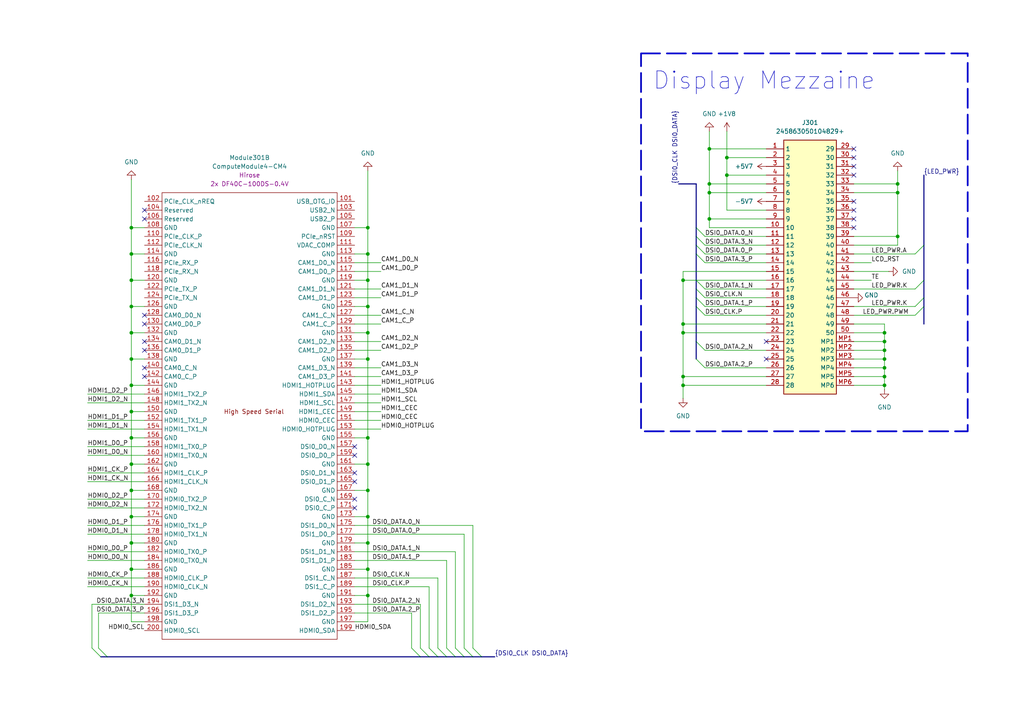
<source format=kicad_sch>
(kicad_sch (version 20231120) (generator "eeschema") (generator_version "8.0")
  (paper "A4")
  (lib_symbols
    (symbol "+1V8_1" (power) (pin_numbers hide) (pin_names (offset 0) hide)
      (property "Value" "+1V8" (at 0 3.556 0))
      (symbol "+1V8_1_0_1"
        (polyline (pts (xy -0.762 1.27) (xy 0 2.54)))
        (polyline (pts (xy 0 0) (xy 0 2.54)))
        (polyline (pts (xy 0 2.54) (xy 0.762 1.27)))
      )
      (symbol "+1V8_1_1_1"
        (pin power_in line (at 0 0 90) (length 0) (name "~") (number "1"))
      )
    )
    (symbol "245863050104829+:245863050104829+"
      (property "Reference" "J" (at 21.59 7.62 0))
      (property "Value" "245863050104829+" (at 21.59 5.08 0))
      (symbol "245863050104829+_1_1"
        (rectangle (start 5.08 2.54) (end 20.32 -71.12) (stroke (width 0.254)) (fill (type background)))
        (pin passive line (at 0 0 0) (length 5.08) (name "1") (number "1"))
        (pin passive line (at 0 -22.86 0) (length 5.08) (name "10") (number "10"))
        (pin passive line (at 0 -25.4 0) (length 5.08) (name "11") (number "11"))
        (pin passive line (at 0 -27.94 0) (length 5.08) (name "12") (number "12"))
        (pin passive line (at 0 -30.48 0) (length 5.08) (name "13") (number "13"))
        (pin passive line (at 0 -33.02 0) (length 5.08) (name "14") (number "14"))
        (pin passive line (at 0 -35.56 0) (length 5.08) (name "15") (number "15"))
        (pin passive line (at 0 -38.1 0) (length 5.08) (name "16") (number "16"))
        (pin passive line (at 0 -40.64 0) (length 5.08) (name "17") (number "17"))
        (pin passive line (at 0 -43.18 0) (length 5.08) (name "18") (number "18"))
        (pin passive line (at 0 -45.72 0) (length 5.08) (name "19") (number "19"))
        (pin passive line (at 0 -2.54 0) (length 5.08) (name "2") (number "2"))
        (pin passive line (at 0 -48.26 0) (length 5.08) (name "20") (number "20"))
        (pin passive line (at 0 -50.8 0) (length 5.08) (name "21") (number "21"))
        (pin passive line (at 0 -53.34 0) (length 5.08) (name "22") (number "22"))
        (pin passive line (at 0 -55.88 0) (length 5.08) (name "23") (number "23"))
        (pin passive line (at 0 -58.42 0) (length 5.08) (name "24") (number "24"))
        (pin passive line (at 0 -60.96 0) (length 5.08) (name "25") (number "25"))
        (pin passive line (at 0 -63.5 0) (length 5.08) (name "26") (number "26"))
        (pin passive line (at 0 -66.04 0) (length 5.08) (name "27") (number "27"))
        (pin passive line (at 0 -68.58 0) (length 5.08) (name "28") (number "28"))
        (pin passive line (at 25.4 0 180) (length 5.08) (name "29") (number "29"))
        (pin passive line (at 0 -5.08 0) (length 5.08) (name "3") (number "3"))
        (pin passive line (at 25.4 -2.54 180) (length 5.08) (name "30") (number "30"))
        (pin passive line (at 25.4 -5.08 180) (length 5.08) (name "31") (number "31"))
        (pin passive line (at 25.4 -7.62 180) (length 5.08) (name "32") (number "32"))
        (pin passive line (at 25.4 -10.16 180) (length 5.08) (name "33") (number "33"))
        (pin passive line (at 25.4 -12.7 180) (length 5.08) (name "34") (number "34"))
        (pin passive line (at 25.4 -15.24 180) (length 5.08) (name "35") (number "35"))
        (pin passive line (at 25.4 -17.78 180) (length 5.08) (name "36") (number "36"))
        (pin passive line (at 25.4 -20.32 180) (length 5.08) (name "37") (number "37"))
        (pin passive line (at 25.4 -22.86 180) (length 5.08) (name "38") (number "38"))
        (pin passive line (at 25.4 -25.4 180) (length 5.08) (name "39") (number "39"))
        (pin passive line (at 0 -7.62 0) (length 5.08) (name "4") (number "4"))
        (pin passive line (at 25.4 -27.94 180) (length 5.08) (name "40") (number "40"))
        (pin passive line (at 25.4 -30.48 180) (length 5.08) (name "41") (number "41"))
        (pin passive line (at 25.4 -33.02 180) (length 5.08) (name "42") (number "42"))
        (pin passive line (at 25.4 -35.56 180) (length 5.08) (name "43") (number "43"))
        (pin passive line (at 25.4 -38.1 180) (length 5.08) (name "44") (number "44"))
        (pin passive line (at 25.4 -40.64 180) (length 5.08) (name "45") (number "45"))
        (pin passive line (at 25.4 -43.18 180) (length 5.08) (name "46") (number "46"))
        (pin passive line (at 25.4 -45.72 180) (length 5.08) (name "47") (number "47"))
        (pin passive line (at 25.4 -48.26 180) (length 5.08) (name "48") (number "48"))
        (pin passive line (at 25.4 -50.8 180) (length 5.08) (name "49") (number "49"))
        (pin passive line (at 0 -10.16 0) (length 5.08) (name "5") (number "5"))
        (pin passive line (at 25.4 -53.34 180) (length 5.08) (name "50") (number "50"))
        (pin passive line (at 0 -12.7 0) (length 5.08) (name "6") (number "6"))
        (pin passive line (at 0 -15.24 0) (length 5.08) (name "7") (number "7"))
        (pin passive line (at 0 -17.78 0) (length 5.08) (name "8") (number "8"))
        (pin passive line (at 0 -20.32 0) (length 5.08) (name "9") (number "9"))
        (pin passive line (at 25.4 -55.88 180) (length 5.08) (name "MP1") (number "MP1"))
        (pin passive line (at 25.4 -58.42 180) (length 5.08) (name "MP2") (number "MP2"))
        (pin passive line (at 25.4 -60.96 180) (length 5.08) (name "MP3") (number "MP3"))
        (pin passive line (at 25.4 -63.5 180) (length 5.08) (name "MP4") (number "MP4"))
        (pin passive line (at 25.4 -66.04 180) (length 5.08) (name "MP5") (number "MP5"))
        (pin passive line (at 25.4 -68.58 180) (length 5.08) (name "MP6") (number "MP6"))
      )
    )
    (symbol "CM4IO:ComputeModule4-CM4"
      (property "Reference" "Module" (at 113.03 -68.58 0))
      (property "Value" "ComputeModule4-CM4" (at 140.97 2.54 0))
      (property "Field4" "Hirose" (at 0 0 0))
      (property "Field5" "2x DF40C-100DS-0.4V" (at 0 -2.54 0))
      (symbol "ComputeModule4-CM4_1_0"
        (text "GPIO" (at 0 6.35 0) (effects (font (size 1.27 1.27))))
      )
      (symbol "ComputeModule4-CM4_1_1"
        (rectangle (start -30.48 -71.12) (end 25.4 58.42))
        (text "600mA Max" (at -8.89 -53.34 0) (effects (font (size 1.27 1.27))))
        (text "600mA Max" (at -8.89 -48.26 0) (effects (font (size 1.27 1.27))))
        (text "NB SD signals are only available" (at -1.27 -27.94 0) (effects (font (size 1.27 1.27))))
        (text "on modules without eMMC" (at -1.27 -30.48 0) (effects (font (size 1.27 1.27))))
        (pin power_in line (at 27.94 55.88 180) (length 2.54) (name "GND") (number "1"))
        (pin passive line (at -33.02 45.72 0) (length 2.54) (name "Ethernet_Pair0_N") (number "10"))
        (pin output line (at -33.02 -68.58 0) (length 2.54) (name "nEXTRST") (number "100"))
        (pin passive line (at 27.94 43.18 180) (length 2.54) (name "Ethernet_Pair2_P") (number "11"))
        (pin passive line (at -33.02 43.18 0) (length 2.54) (name "Ethernet_Pair0_P") (number "12"))
        (pin power_in line (at 27.94 40.64 180) (length 2.54) (name "GND") (number "13"))
        (pin power_in line (at -33.02 40.64 0) (length 2.54) (name "GND") (number "14"))
        (pin output line (at 27.94 38.1 180) (length 2.54) (name "Ethernet_nLED3(3.3v)") (number "15"))
        (pin input line (at -33.02 38.1 0) (length 2.54) (name "Ethernet_SYNC_IN(1.8v)") (number "16"))
        (pin output line (at 27.94 35.56 180) (length 2.54) (name "Ethernet_nLED2(3.3v)") (number "17"))
        (pin input line (at -33.02 35.56 0) (length 2.54) (name "Ethernet_SYNC_OUT(1.8v)") (number "18"))
        (pin output line (at 27.94 33.02 180) (length 2.54) (name "Ethernet_nLED1(3.3v)") (number "19"))
        (pin power_in line (at -33.02 55.88 0) (length 2.54) (name "GND") (number "2"))
        (pin passive line (at -33.02 33.02 0) (length 2.54) (name "EEPROM_nWP") (number "20"))
        (pin open_collector line (at 27.94 30.48 180) (length 2.54) (name "PI_nLED_Activity") (number "21"))
        (pin power_in line (at -33.02 30.48 0) (length 2.54) (name "GND") (number "22"))
        (pin power_in line (at 27.94 27.94 180) (length 2.54) (name "GND") (number "23"))
        (pin passive line (at -33.02 27.94 0) (length 2.54) (name "GPIO26") (number "24"))
        (pin passive line (at 27.94 25.4 180) (length 2.54) (name "GPIO21") (number "25"))
        (pin passive line (at -33.02 25.4 0) (length 2.54) (name "GPIO19") (number "26"))
        (pin passive line (at 27.94 22.86 180) (length 2.54) (name "GPIO20") (number "27"))
        (pin passive line (at -33.02 22.86 0) (length 2.54) (name "GPIO13") (number "28"))
        (pin passive line (at 27.94 20.32 180) (length 2.54) (name "GPIO16") (number "29"))
        (pin passive line (at 27.94 53.34 180) (length 2.54) (name "Ethernet_Pair3_P") (number "3"))
        (pin passive line (at -33.02 20.32 0) (length 2.54) (name "GPIO6") (number "30"))
        (pin passive line (at 27.94 17.78 180) (length 2.54) (name "GPIO12") (number "31"))
        (pin power_in line (at -33.02 17.78 0) (length 2.54) (name "GND") (number "32"))
        (pin power_in line (at 27.94 15.24 180) (length 2.54) (name "GND") (number "33"))
        (pin passive line (at -33.02 15.24 0) (length 2.54) (name "GPIO5") (number "34"))
        (pin passive line (at 27.94 12.7 180) (length 2.54) (name "ID_SC") (number "35"))
        (pin passive line (at -33.02 12.7 0) (length 2.54) (name "ID_SD") (number "36"))
        (pin passive line (at 27.94 10.16 180) (length 2.54) (name "GPIO7") (number "37"))
        (pin passive line (at -33.02 10.16 0) (length 2.54) (name "GPIO11") (number "38"))
        (pin passive line (at 27.94 7.62 180) (length 2.54) (name "GPIO8") (number "39"))
        (pin passive line (at -33.02 53.34 0) (length 2.54) (name "Ethernet_Pair1_P") (number "4"))
        (pin passive line (at -33.02 7.62 0) (length 2.54) (name "GPIO9") (number "40"))
        (pin passive line (at 27.94 5.08 180) (length 2.54) (name "GPIO25") (number "41"))
        (pin power_in line (at -33.02 5.08 0) (length 2.54) (name "GND") (number "42"))
        (pin power_in line (at 27.94 2.54 180) (length 2.54) (name "GND") (number "43"))
        (pin passive line (at -33.02 2.54 0) (length 2.54) (name "GPIO10") (number "44"))
        (pin passive line (at 27.94 0 180) (length 2.54) (name "GPIO24") (number "45"))
        (pin passive line (at -33.02 0 0) (length 2.54) (name "GPIO22") (number "46"))
        (pin passive line (at 27.94 -2.54 180) (length 2.54) (name "GPIO23") (number "47"))
        (pin passive line (at -33.02 -2.54 0) (length 2.54) (name "GPIO27") (number "48"))
        (pin passive line (at 27.94 -5.08 180) (length 2.54) (name "GPIO18") (number "49"))
        (pin passive line (at 27.94 50.8 180) (length 2.54) (name "Ethernet_Pair3_N") (number "5"))
        (pin passive line (at -33.02 -5.08 0) (length 2.54) (name "GPIO17") (number "50"))
        (pin passive line (at 27.94 -7.62 180) (length 2.54) (name "GPIO15") (number "51"))
        (pin power_in line (at -33.02 -7.62 0) (length 2.54) (name "GND") (number "52"))
        (pin power_in line (at 27.94 -10.16 180) (length 2.54) (name "GND") (number "53"))
        (pin passive line (at -33.02 -10.16 0) (length 2.54) (name "GPIO4") (number "54"))
        (pin passive line (at 27.94 -12.7 180) (length 2.54) (name "GPIO14") (number "55"))
        (pin passive line (at -33.02 -12.7 0) (length 2.54) (name "GPIO3") (number "56"))
        (pin passive line (at 27.94 -15.24 180) (length 2.54) (name "SD_CLK") (number "57"))
        (pin passive line (at -33.02 -15.24 0) (length 2.54) (name "GPIO2") (number "58"))
        (pin power_in line (at 27.94 -17.78 180) (length 2.54) (name "GND") (number "59"))
        (pin passive line (at -33.02 50.8 0) (length 2.54) (name "Ethernet_Pair1_N") (number "6"))
        (pin power_in line (at -33.02 -17.78 0) (length 2.54) (name "GND") (number "60"))
        (pin passive line (at 27.94 -20.32 180) (length 2.54) (name "SD_DAT3") (number "61"))
        (pin passive line (at -33.02 -20.32 0) (length 2.54) (name "SD_CMD") (number "62"))
        (pin passive line (at 27.94 -22.86 180) (length 2.54) (name "SD_DAT0") (number "63"))
        (pin passive line (at -33.02 -22.86 0) (length 2.54) (name "SD_DAT5") (number "64"))
        (pin power_in line (at 27.94 -25.4 180) (length 2.54) (name "GND") (number "65"))
        (pin power_in line (at -33.02 -25.4 0) (length 2.54) (name "GND") (number "66"))
        (pin passive line (at 27.94 -27.94 180) (length 2.54) (name "SD_DAT1") (number "67"))
        (pin passive line (at -33.02 -27.94 0) (length 2.54) (name "SD_DAT4") (number "68"))
        (pin passive line (at 27.94 -30.48 180) (length 2.54) (name "SD_DAT2") (number "69"))
        (pin power_in line (at 27.94 48.26 180) (length 2.54) (name "GND") (number "7"))
        (pin passive line (at -33.02 -30.48 0) (length 2.54) (name "SD_DAT7") (number "70"))
        (pin power_in line (at 27.94 -33.02 180) (length 2.54) (name "GND") (number "71"))
        (pin passive line (at -33.02 -33.02 0) (length 2.54) (name "SD_DAT6") (number "72"))
        (pin input line (at 27.94 -35.56 180) (length 2.54) (name "SD_VDD_Override") (number "73"))
        (pin power_in line (at -33.02 -35.56 0) (length 2.54) (name "GND") (number "74"))
        (pin output line (at 27.94 -38.1 180) (length 2.54) (name "SD_PWR_ON") (number "75"))
        (pin passive line (at -33.02 -38.1 0) (length 2.54) (name "Reserved") (number "76"))
        (pin power_in line (at 27.94 -40.64 180) (length 2.54) (name "+5v_(Input)") (number "77"))
        (pin power_in line (at -33.02 -40.64 0) (length 2.54) (name "GPIO_VREF(1.8v/3.3v_Input)") (number "78"))
        (pin power_in line (at 27.94 -43.18 180) (length 2.54) (name "+5v_(Input)") (number "79"))
        (pin power_in line (at -33.02 48.26 0) (length 2.54) (name "GND") (number "8"))
        (pin passive line (at -33.02 -43.18 0) (length 2.54) (name "SCL0") (number "80"))
        (pin power_in line (at 27.94 -45.72 180) (length 2.54) (name "+5v_(Input)") (number "81"))
        (pin passive line (at -33.02 -45.72 0) (length 2.54) (name "SDA0") (number "82"))
        (pin power_in line (at 27.94 -48.26 180) (length 2.54) (name "+5v_(Input)") (number "83"))
        (pin power_out line (at -33.02 -48.26 0) (length 2.54) (name "+3.3v_(Output)") (number "84"))
        (pin power_in line (at 27.94 -50.8 180) (length 2.54) (name "+5v_(Input)") (number "85"))
        (pin power_out line (at -33.02 -50.8 0) (length 2.54) (name "+3.3v_(Output)") (number "86"))
        (pin power_in line (at 27.94 -53.34 180) (length 2.54) (name "+5v_(Input)") (number "87"))
        (pin power_out line (at -33.02 -53.34 0) (length 2.54) (name "+1.8v_(Output)") (number "88"))
        (pin power_in line (at 27.94 -55.88 180) (length 2.54) (name "WiFi_nDisable") (number "89"))
        (pin passive line (at 27.94 45.72 180) (length 2.54) (name "Ethernet_Pair2_N") (number "9"))
        (pin power_out line (at -33.02 -55.88 0) (length 2.54) (name "+1.8v_(Output)") (number "90"))
        (pin power_in line (at 27.94 -58.42 180) (length 2.54) (name "BT_nDisable") (number "91"))
        (pin passive line (at -33.02 -58.42 0) (length 2.54) (name "RUN_PG") (number "92"))
        (pin input line (at 27.94 -60.96 180) (length 2.54) (name "nRPIBOOT") (number "93"))
        (pin passive line (at -33.02 -60.96 0) (length 2.54) (name "AnalogIP1") (number "94"))
        (pin output line (at 27.94 -63.5 180) (length 2.54) (name "nPI_LED_PWR") (number "95"))
        (pin passive line (at -33.02 -63.5 0) (length 2.54) (name "AnalogIP0") (number "96"))
        (pin passive line (at 27.94 -66.04 180) (length 2.54) (name "Camera_GPIO") (number "97"))
        (pin power_in line (at -33.02 -66.04 0) (length 2.54) (name "GND") (number "98"))
        (pin input line (at 27.94 -68.58 180) (length 2.54) (name "Global_EN") (number "99"))
      )
      (symbol "ComputeModule4-CM4_2_1"
        (rectangle (start 114.3 -66.04) (end 165.1 63.5))
        (text "High Speed Serial" (at 140.97 0 0) (effects (font (size 1.27 1.27))))
        (pin input line (at 170.18 60.96 180) (length 5.08) (name "USB_OTG_ID") (number "101"))
        (pin input line (at 109.22 60.96 0) (length 5.08) (name "PCIe_CLK_nREQ") (number "102"))
        (pin passive line (at 170.18 58.42 180) (length 5.08) (name "USB2_N") (number "103"))
        (pin passive line (at 109.22 58.42 0) (length 5.08) (name "Reserved") (number "104"))
        (pin passive line (at 170.18 55.88 180) (length 5.08) (name "USB2_P") (number "105"))
        (pin passive line (at 109.22 55.88 0) (length 5.08) (name "Reserved") (number "106"))
        (pin power_in line (at 170.18 53.34 180) (length 5.08) (name "GND") (number "107"))
        (pin power_in line (at 109.22 53.34 0) (length 5.08) (name "GND") (number "108"))
        (pin bidirectional line (at 170.18 50.8 180) (length 5.08) (name "PCIe_nRST") (number "109"))
        (pin output line (at 109.22 50.8 0) (length 5.08) (name "PCIe_CLK_P") (number "110"))
        (pin passive line (at 170.18 48.26 180) (length 5.08) (name "VDAC_COMP") (number "111"))
        (pin output line (at 109.22 48.26 0) (length 5.08) (name "PCIe_CLK_N") (number "112"))
        (pin power_in line (at 170.18 45.72 180) (length 5.08) (name "GND") (number "113"))
        (pin power_in line (at 109.22 45.72 0) (length 5.08) (name "GND") (number "114"))
        (pin input line (at 170.18 43.18 180) (length 5.08) (name "CAM1_D0_N") (number "115"))
        (pin input line (at 109.22 43.18 0) (length 5.08) (name "PCIe_RX_P") (number "116"))
        (pin input line (at 170.18 40.64 180) (length 5.08) (name "CAM1_D0_P") (number "117"))
        (pin input line (at 109.22 40.64 0) (length 5.08) (name "PCIe_RX_N") (number "118"))
        (pin power_in line (at 170.18 38.1 180) (length 5.08) (name "GND") (number "119"))
        (pin power_in line (at 109.22 38.1 0) (length 5.08) (name "GND") (number "120"))
        (pin input line (at 170.18 35.56 180) (length 5.08) (name "CAM1_D1_N") (number "121"))
        (pin output line (at 109.22 35.56 0) (length 5.08) (name "PCIe_TX_P") (number "122"))
        (pin input line (at 170.18 33.02 180) (length 5.08) (name "CAM1_D1_P") (number "123"))
        (pin output line (at 109.22 33.02 0) (length 5.08) (name "PCIe_TX_N") (number "124"))
        (pin power_in line (at 170.18 30.48 180) (length 5.08) (name "GND") (number "125"))
        (pin power_in line (at 109.22 30.48 0) (length 5.08) (name "GND") (number "126"))
        (pin input line (at 170.18 27.94 180) (length 5.08) (name "CAM1_C_N") (number "127"))
        (pin input line (at 109.22 27.94 0) (length 5.08) (name "CAM0_D0_N") (number "128"))
        (pin input line (at 170.18 25.4 180) (length 5.08) (name "CAM1_C_P") (number "129"))
        (pin input line (at 109.22 25.4 0) (length 5.08) (name "CAM0_D0_P") (number "130"))
        (pin power_in line (at 170.18 22.86 180) (length 5.08) (name "GND") (number "131"))
        (pin power_in line (at 109.22 22.86 0) (length 5.08) (name "GND") (number "132"))
        (pin input line (at 170.18 20.32 180) (length 5.08) (name "CAM1_D2_N") (number "133"))
        (pin input line (at 109.22 20.32 0) (length 5.08) (name "CAM0_D1_N") (number "134"))
        (pin input line (at 170.18 17.78 180) (length 5.08) (name "CAM1_D2_P") (number "135"))
        (pin input line (at 109.22 17.78 0) (length 5.08) (name "CAM0_D1_P") (number "136"))
        (pin power_in line (at 170.18 15.24 180) (length 5.08) (name "GND") (number "137"))
        (pin power_in line (at 109.22 15.24 0) (length 5.08) (name "GND") (number "138"))
        (pin input line (at 170.18 12.7 180) (length 5.08) (name "CAM1_D3_N") (number "139"))
        (pin input line (at 109.22 12.7 0) (length 5.08) (name "CAM0_C_N") (number "140"))
        (pin input line (at 170.18 10.16 180) (length 5.08) (name "CAM1_D3_P") (number "141"))
        (pin input line (at 109.22 10.16 0) (length 5.08) (name "CAM0_C_P") (number "142"))
        (pin input line (at 170.18 7.62 180) (length 5.08) (name "HDMI1_HOTPLUG") (number "143"))
        (pin power_in line (at 109.22 7.62 0) (length 5.08) (name "GND") (number "144"))
        (pin bidirectional line (at 170.18 5.08 180) (length 5.08) (name "HDMI1_SDA") (number "145"))
        (pin output line (at 109.22 5.08 0) (length 5.08) (name "HDMI1_TX2_P") (number "146"))
        (pin open_collector line (at 170.18 2.54 180) (length 5.08) (name "HDMI1_SCL") (number "147"))
        (pin output line (at 109.22 2.54 0) (length 5.08) (name "HDMI1_TX2_N") (number "148"))
        (pin open_collector line (at 170.18 0 180) (length 5.08) (name "HDMI1_CEC") (number "149"))
        (pin power_in line (at 109.22 0 0) (length 5.08) (name "GND") (number "150"))
        (pin open_collector line (at 170.18 -2.54 180) (length 5.08) (name "HDMI0_CEC") (number "151"))
        (pin output line (at 109.22 -2.54 0) (length 5.08) (name "HDMI1_TX1_P") (number "152"))
        (pin input line (at 170.18 -5.08 180) (length 5.08) (name "HDMI0_HOTPLUG") (number "153"))
        (pin output line (at 109.22 -5.08 0) (length 5.08) (name "HDMI1_TX1_N") (number "154"))
        (pin power_in line (at 170.18 -7.62 180) (length 5.08) (name "GND") (number "155"))
        (pin power_in line (at 109.22 -7.62 0) (length 5.08) (name "GND") (number "156"))
        (pin output line (at 170.18 -10.16 180) (length 5.08) (name "DSI0_D0_N") (number "157"))
        (pin output line (at 109.22 -10.16 0) (length 5.08) (name "HDMI1_TX0_P") (number "158"))
        (pin output line (at 170.18 -12.7 180) (length 5.08) (name "DSI0_D0_P") (number "159"))
        (pin output line (at 109.22 -12.7 0) (length 5.08) (name "HDMI1_TX0_N") (number "160"))
        (pin power_in line (at 170.18 -15.24 180) (length 5.08) (name "GND") (number "161"))
        (pin power_in line (at 109.22 -15.24 0) (length 5.08) (name "GND") (number "162"))
        (pin output line (at 170.18 -17.78 180) (length 5.08) (name "DSI0_D1_N") (number "163"))
        (pin output line (at 109.22 -17.78 0) (length 5.08) (name "HDMI1_CLK_P") (number "164"))
        (pin output line (at 170.18 -20.32 180) (length 5.08) (name "DSI0_D1_P") (number "165"))
        (pin output line (at 109.22 -20.32 0) (length 5.08) (name "HDMI1_CLK_N") (number "166"))
        (pin power_in line (at 170.18 -22.86 180) (length 5.08) (name "GND") (number "167"))
        (pin power_in line (at 109.22 -22.86 0) (length 5.08) (name "GND") (number "168"))
        (pin output line (at 170.18 -25.4 180) (length 5.08) (name "DSI0_C_N") (number "169"))
        (pin output line (at 109.22 -25.4 0) (length 5.08) (name "HDMI0_TX2_P") (number "170"))
        (pin output line (at 170.18 -27.94 180) (length 5.08) (name "DSI0_C_P") (number "171"))
        (pin output line (at 109.22 -27.94 0) (length 5.08) (name "HDMI0_TX2_N") (number "172"))
        (pin power_in line (at 170.18 -30.48 180) (length 5.08) (name "GND") (number "173"))
        (pin power_in line (at 109.22 -30.48 0) (length 5.08) (name "GND") (number "174"))
        (pin output line (at 170.18 -33.02 180) (length 5.08) (name "DSI1_D0_N") (number "175"))
        (pin output line (at 109.22 -33.02 0) (length 5.08) (name "HDMI0_TX1_P") (number "176"))
        (pin output line (at 170.18 -35.56 180) (length 5.08) (name "DSI1_D0_P") (number "177"))
        (pin output line (at 109.22 -35.56 0) (length 5.08) (name "HDMI0_TX1_N") (number "178"))
        (pin power_in line (at 170.18 -38.1 180) (length 5.08) (name "GND") (number "179"))
        (pin power_in line (at 109.22 -38.1 0) (length 5.08) (name "GND") (number "180"))
        (pin output line (at 170.18 -40.64 180) (length 5.08) (name "DSI1_D1_N") (number "181"))
        (pin output line (at 109.22 -40.64 0) (length 5.08) (name "HDMI0_TX0_P") (number "182"))
        (pin output line (at 170.18 -43.18 180) (length 5.08) (name "DSI1_D1_P") (number "183"))
        (pin output line (at 109.22 -43.18 0) (length 5.08) (name "HDMI0_TX0_N") (number "184"))
        (pin power_in line (at 170.18 -45.72 180) (length 5.08) (name "GND") (number "185"))
        (pin power_in line (at 109.22 -45.72 0) (length 5.08) (name "GND") (number "186"))
        (pin output line (at 170.18 -48.26 180) (length 5.08) (name "DSI1_C_N") (number "187"))
        (pin output line (at 109.22 -48.26 0) (length 5.08) (name "HDMI0_CLK_P") (number "188"))
        (pin output line (at 170.18 -50.8 180) (length 5.08) (name "DSI1_C_P") (number "189"))
        (pin output line (at 109.22 -50.8 0) (length 5.08) (name "HDMI0_CLK_N") (number "190"))
        (pin power_in line (at 170.18 -53.34 180) (length 5.08) (name "GND") (number "191"))
        (pin power_in line (at 109.22 -53.34 0) (length 5.08) (name "GND") (number "192"))
        (pin output line (at 170.18 -55.88 180) (length 5.08) (name "DSI1_D2_N") (number "193"))
        (pin output line (at 109.22 -55.88 0) (length 5.08) (name "DSI1_D3_N") (number "194"))
        (pin output line (at 170.18 -58.42 180) (length 5.08) (name "DSI1_D2_P") (number "195"))
        (pin output line (at 109.22 -58.42 0) (length 5.08) (name "DSI1_D3_P") (number "196"))
        (pin power_in line (at 170.18 -60.96 180) (length 5.08) (name "GND") (number "197"))
        (pin power_in line (at 109.22 -60.96 0) (length 5.08) (name "GND") (number "198"))
        (pin bidirectional line (at 170.18 -63.5 180) (length 5.08) (name "HDMI0_SDA") (number "199"))
        (pin open_collector line (at 109.22 -63.5 0) (length 5.08) (name "HDMI0_SCL") (number "200"))
      )
    )
    (symbol "power:+9V" (power) (pin_numbers hide) (pin_names (offset 0) hide)
      (property "Value" "+9V" (at 0 3.556 0))
      (symbol "+9V_0_1"
        (polyline (pts (xy -0.762 1.27) (xy 0 2.54)))
        (polyline (pts (xy 0 0) (xy 0 2.54)))
        (polyline (pts (xy 0 2.54) (xy 0.762 1.27)))
      )
      (symbol "+9V_1_1"
        (pin power_in line (at 0 0 90) (length 0) (name "~") (number "1"))
      )
    )
    (symbol "power:GND" (power) (pin_numbers hide) (pin_names (offset 0) hide)
      (property "Value" "GND" (at 0 -3.81 0))
      (symbol "GND_0_1"
        (polyline (pts (xy 0 0) (xy 0 -1.27) (xy 1.27 -1.27) (xy 0 -2.54) (xy -1.27 -1.27) (xy 0 -1.27)))
      )
      (symbol "GND_1_1"
        (pin power_in line (at 0 0 270) (length 0) (name "~") (number "1"))
      )
    )
  )
  (bus_alias "DSI0_CLK" (members "DSI0_CLK.N" "DSI0_CLK.P"))
  (bus_alias "DSI0_DATA" (members "DSI0_DATA.0_N" "DSI0_DATA.0_P" "DSI0_DATA.1_N" "DSI0_DATA.1_P" "DSI0_DATA.2_N" "DSI0_DATA.2_P" "DSI0_DATA.3_N" "DSI0_DATA.3_P"))
  (bus_alias "LED_PWR" (members "LED_PWR.A" "LED_PWR.K" "LED_PWR.PWM"))
  (junction (at 38.1 142.24))
  (junction (at 256.54 99.06))
  (junction (at 38.1 73.66))
  (junction (at 198.12 81.28))
  (junction (at 38.1 96.52))
  (junction (at 260.35 68.58))
  (junction (at 38.1 88.9))
  (junction (at 106.68 157.48))
  (junction (at 38.1 111.76))
  (junction (at 38.1 165.1))
  (junction (at 106.68 172.72))
  (junction (at 38.1 127))
  (junction (at 106.68 134.62))
  (junction (at 38.1 66.04))
  (junction (at 210.82 45.72))
  (junction (at 260.35 53.34))
  (junction (at 106.68 88.9))
  (junction (at 198.12 109.22))
  (junction (at 198.12 96.52))
  (junction (at 205.74 53.34))
  (junction (at 256.54 106.68))
  (junction (at 106.68 104.14))
  (junction (at 106.68 165.1))
  (junction (at 38.1 149.86))
  (junction (at 106.68 142.24))
  (junction (at 205.74 55.88))
  (junction (at 256.54 101.6))
  (junction (at 38.1 104.14))
  (junction (at 210.82 50.8))
  (junction (at 38.1 119.38))
  (junction (at 106.68 96.52))
  (junction (at 256.54 96.52))
  (junction (at 198.12 93.98))
  (junction (at 205.74 63.5))
  (junction (at 106.68 73.66))
  (junction (at 38.1 134.62))
  (junction (at 198.12 111.76))
  (junction (at 256.54 109.22))
  (junction (at 205.74 43.18))
  (junction (at 38.1 157.48))
  (junction (at 256.54 111.76))
  (junction (at 106.68 81.28))
  (junction (at 38.1 172.72))
  (junction (at 106.68 149.86))
  (junction (at 106.68 127))
  (junction (at 256.54 104.14))
  (junction (at 260.35 55.88))
  (junction (at 106.68 66.04))
  (junction (at 38.1 81.28))
  (no_connect (at 247.65 48.26))
  (no_connect (at 102.87 137.16))
  (no_connect (at 41.91 106.68))
  (no_connect (at 247.65 50.8))
  (no_connect (at 222.25 104.14))
  (no_connect (at 247.65 66.04))
  (no_connect (at 41.91 91.44))
  (no_connect (at 247.65 60.96))
  (no_connect (at 247.65 45.72))
  (no_connect (at 102.87 132.08))
  (no_connect (at 41.91 60.96))
  (no_connect (at 102.87 129.54))
  (no_connect (at 222.25 99.06))
  (no_connect (at 247.65 43.18))
  (no_connect (at 41.91 99.06))
  (no_connect (at 41.91 109.22))
  (no_connect (at 41.91 93.98))
  (no_connect (at 102.87 147.32))
  (no_connect (at 247.65 63.5))
  (no_connect (at 102.87 139.7))
  (no_connect (at 247.65 58.42))
  (no_connect (at 41.91 63.5))
  (no_connect (at 102.87 144.78))
  (no_connect (at 41.91 101.6))
  (bus_entry (at 201.93 99.06) (size 2.54 2.54))
  (bus_entry (at 137.16 190.5) (size -2.54 -2.54))
  (bus_entry (at 31.115 190.5) (size -2.54 -2.54))
  (bus_entry (at 201.93 104.14) (size 2.54 2.54))
  (bus_entry (at 201.93 66.04) (size 2.54 2.54))
  (bus_entry (at 201.93 71.12) (size 2.54 2.54))
  (bus_entry (at 129.54 190.5) (size -2.54 -2.54))
  (bus_entry (at 132.08 190.5) (size -2.54 -2.54))
  (bus_entry (at 267.97 88.9) (size -2.54 2.54))
  (bus_entry (at 139.7 190.5) (size -2.54 -2.54))
  (bus_entry (at 124.46 190.5) (size -2.54 -2.54))
  (bus_entry (at 29.21 190.5) (size -2.54 -2.54))
  (bus_entry (at 267.97 86.36) (size -2.54 2.54))
  (bus_entry (at 201.93 86.36) (size 2.54 2.54))
  (bus_entry (at 267.97 81.28) (size -2.54 2.54))
  (bus_entry (at 201.93 88.9) (size 2.54 2.54))
  (bus_entry (at 201.93 68.58) (size 2.54 2.54))
  (bus_entry (at 201.93 83.82) (size 2.54 2.54))
  (bus_entry (at 121.92 190.5) (size -2.54 -2.54))
  (bus_entry (at 267.97 71.12) (size -2.54 2.54))
  (bus_entry (at 201.93 81.28) (size 2.54 2.54))
  (bus_entry (at 201.93 73.66) (size 2.54 2.54))
  (bus_entry (at 127 190.5) (size -2.54 -2.54))
  (bus_entry (at 134.62 190.5) (size -2.54 -2.54))
  (wire (pts (xy 25.4 139.7) (xy 41.91 139.7)))
  (bus (pts (xy 127 190.5) (xy 129.54 190.5)))
  (wire (pts (xy 222.25 109.22) (xy 198.12 109.22)))
  (wire (pts (xy 247.65 55.88) (xy 260.35 55.88)))
  (wire (pts (xy 256.54 96.52) (xy 256.54 99.06)))
  (bus (pts (xy 267.97 50.8) (xy 267.97 71.12)))
  (bus (pts (xy 201.93 66.04) (xy 201.93 68.58)))
  (wire (pts (xy 41.91 88.9) (xy 38.1 88.9)))
  (bus (pts (xy 267.97 88.9) (xy 267.97 93.98)))
  (wire (pts (xy 102.87 116.84) (xy 110.49 116.84)))
  (wire (pts (xy 106.68 104.14) (xy 106.68 127)))
  (bus (pts (xy 201.93 83.82) (xy 201.93 86.36)))
  (wire (pts (xy 102.87 134.62) (xy 106.68 134.62)))
  (wire (pts (xy 247.65 91.44) (xy 265.43 91.44)))
  (wire (pts (xy 260.35 49.53) (xy 260.35 53.34)))
  (wire (pts (xy 222.25 43.18) (xy 205.74 43.18)))
  (wire (pts (xy 204.47 88.9) (xy 222.25 88.9)))
  (wire (pts (xy 102.87 152.4) (xy 137.16 152.4)))
  (wire (pts (xy 198.12 109.22) (xy 198.12 111.76)))
  (wire (pts (xy 38.1 73.66) (xy 38.1 66.04)))
  (bus (pts (xy 31.115 190.5) (xy 121.92 190.5)))
  (wire (pts (xy 41.91 104.14) (xy 38.1 104.14)))
  (wire (pts (xy 41.91 81.28) (xy 38.1 81.28)))
  (wire (pts (xy 25.4 154.94) (xy 41.91 154.94)))
  (wire (pts (xy 106.68 142.24) (xy 106.68 134.62)))
  (wire (pts (xy 41.91 96.52) (xy 38.1 96.52)))
  (wire (pts (xy 102.87 172.72) (xy 106.68 172.72)))
  (wire (pts (xy 222.25 81.28) (xy 201.93 81.28)))
  (wire (pts (xy 247.65 83.82) (xy 265.43 83.82)))
  (wire (pts (xy 204.47 83.82) (xy 222.25 83.82)))
  (bus (pts (xy 132.08 190.5) (xy 134.62 190.5)))
  (wire (pts (xy 260.35 71.12) (xy 247.65 71.12)))
  (wire (pts (xy 26.67 175.26) (xy 41.91 175.26)))
  (wire (pts (xy 247.65 73.66) (xy 265.43 73.66)))
  (bus (pts (xy 201.93 53.34) (xy 201.93 66.04)))
  (wire (pts (xy 198.12 78.74) (xy 198.12 81.28)))
  (wire (pts (xy 25.4 116.84) (xy 41.91 116.84)))
  (wire (pts (xy 204.47 68.58) (xy 222.25 68.58)))
  (wire (pts (xy 222.25 50.8) (xy 210.82 50.8)))
  (wire (pts (xy 102.87 157.48) (xy 106.68 157.48)))
  (bus (pts (xy 267.97 86.36) (xy 267.97 88.9)))
  (wire (pts (xy 204.47 106.68) (xy 222.25 106.68)))
  (wire (pts (xy 25.4 144.78) (xy 41.91 144.78)))
  (wire (pts (xy 38.1 111.76) (xy 38.1 104.14)))
  (wire (pts (xy 256.54 104.14) (xy 256.54 106.68)))
  (wire (pts (xy 25.4 152.4) (xy 41.91 152.4)))
  (wire (pts (xy 106.68 96.52) (xy 106.68 88.9)))
  (wire (pts (xy 102.87 78.74) (xy 110.49 78.74)))
  (wire (pts (xy 247.65 111.76) (xy 256.54 111.76)))
  (bus (pts (xy 201.93 73.66) (xy 201.93 81.28)))
  (wire (pts (xy 247.65 99.06) (xy 256.54 99.06)))
  (wire (pts (xy 25.4 160.02) (xy 41.91 160.02)))
  (wire (pts (xy 106.68 165.1) (xy 106.68 157.48)))
  (wire (pts (xy 102.87 81.28) (xy 106.68 81.28)))
  (wire (pts (xy 247.65 96.52) (xy 256.54 96.52)))
  (wire (pts (xy 102.87 180.34) (xy 106.68 180.34)))
  (wire (pts (xy 198.12 111.76) (xy 222.25 111.76)))
  (wire (pts (xy 260.35 53.34) (xy 247.65 53.34)))
  (wire (pts (xy 102.87 175.26) (xy 121.92 175.26)))
  (wire (pts (xy 102.87 177.8) (xy 119.38 177.8)))
  (wire (pts (xy 25.4 162.56) (xy 41.91 162.56)))
  (wire (pts (xy 210.82 60.96) (xy 210.82 50.8)))
  (wire (pts (xy 119.38 187.96) (xy 119.38 177.8)))
  (wire (pts (xy 256.54 93.98) (xy 256.54 96.52)))
  (wire (pts (xy 106.68 66.04) (xy 106.68 73.66)))
  (wire (pts (xy 102.87 127) (xy 106.68 127)))
  (wire (pts (xy 124.46 187.96) (xy 124.46 170.18)))
  (wire (pts (xy 41.91 180.34) (xy 38.1 180.34)))
  (wire (pts (xy 25.4 114.3) (xy 41.91 114.3)))
  (bus (pts (xy 124.46 190.5) (xy 127 190.5)))
  (wire (pts (xy 102.87 121.92) (xy 110.49 121.92)))
  (wire (pts (xy 222.25 78.74) (xy 198.12 78.74)))
  (wire (pts (xy 102.87 109.22) (xy 110.49 109.22)))
  (wire (pts (xy 102.87 142.24) (xy 106.68 142.24)))
  (bus (pts (xy 201.93 99.06) (xy 201.93 104.14)))
  (wire (pts (xy 260.35 55.88) (xy 260.35 68.58)))
  (bus (pts (xy 267.97 81.28) (xy 267.97 86.36)))
  (bus (pts (xy 137.16 190.5) (xy 139.7 190.5)))
  (wire (pts (xy 102.87 88.9) (xy 106.68 88.9)))
  (wire (pts (xy 222.25 45.72) (xy 210.82 45.72)))
  (bus (pts (xy 201.93 86.36) (xy 201.93 88.9)))
  (wire (pts (xy 41.91 111.76) (xy 38.1 111.76)))
  (wire (pts (xy 26.67 187.96) (xy 26.67 175.26)))
  (wire (pts (xy 38.1 180.34) (xy 38.1 172.72)))
  (wire (pts (xy 256.54 109.22) (xy 256.54 111.76)))
  (wire (pts (xy 210.82 45.72) (xy 210.82 38.1)))
  (wire (pts (xy 102.87 119.38) (xy 110.49 119.38)))
  (wire (pts (xy 25.4 167.64) (xy 41.91 167.64)))
  (wire (pts (xy 102.87 162.56) (xy 129.54 162.56)))
  (wire (pts (xy 222.25 53.34) (xy 205.74 53.34)))
  (wire (pts (xy 38.1 73.66) (xy 38.1 81.28)))
  (wire (pts (xy 102.87 114.3) (xy 110.49 114.3)))
  (wire (pts (xy 38.1 165.1) (xy 38.1 157.48)))
  (wire (pts (xy 222.25 63.5) (xy 205.74 63.5)))
  (wire (pts (xy 25.4 147.32) (xy 41.91 147.32)))
  (wire (pts (xy 247.65 106.68) (xy 256.54 106.68)))
  (wire (pts (xy 41.91 73.66) (xy 38.1 73.66)))
  (wire (pts (xy 260.35 53.34) (xy 260.35 55.88)))
  (wire (pts (xy 247.65 76.2) (xy 252.73 76.2)))
  (wire (pts (xy 198.12 115.57) (xy 198.12 111.76)))
  (wire (pts (xy 247.65 93.98) (xy 256.54 93.98)))
  (wire (pts (xy 38.1 119.38) (xy 38.1 111.76)))
  (wire (pts (xy 102.87 106.68) (xy 110.49 106.68)))
  (wire (pts (xy 256.54 106.68) (xy 256.54 109.22)))
  (wire (pts (xy 247.65 68.58) (xy 260.35 68.58)))
  (wire (pts (xy 38.1 96.52) (xy 38.1 88.9)))
  (wire (pts (xy 134.62 187.96) (xy 134.62 154.94)))
  (wire (pts (xy 102.87 86.36) (xy 110.49 86.36)))
  (wire (pts (xy 106.68 96.52) (xy 106.68 104.14)))
  (wire (pts (xy 102.87 76.2) (xy 110.49 76.2)))
  (wire (pts (xy 38.1 149.86) (xy 38.1 142.24)))
  (wire (pts (xy 41.91 157.48) (xy 38.1 157.48)))
  (wire (pts (xy 38.1 127) (xy 38.1 119.38)))
  (wire (pts (xy 102.87 101.6) (xy 110.49 101.6)))
  (wire (pts (xy 198.12 96.52) (xy 198.12 109.22)))
  (wire (pts (xy 198.12 93.98) (xy 198.12 96.52)))
  (wire (pts (xy 201.93 81.28) (xy 198.12 81.28)))
  (wire (pts (xy 106.68 134.62) (xy 106.68 127)))
  (wire (pts (xy 247.65 101.6) (xy 256.54 101.6)))
  (bus (pts (xy 121.92 190.5) (xy 124.46 190.5)))
  (wire (pts (xy 102.87 160.02) (xy 132.08 160.02)))
  (bus (pts (xy 139.7 190.5) (xy 143.51 190.5)))
  (wire (pts (xy 137.16 187.96) (xy 137.16 152.4)))
  (wire (pts (xy 205.74 55.88) (xy 205.74 53.34)))
  (wire (pts (xy 102.87 99.06) (xy 110.49 99.06)))
  (wire (pts (xy 256.54 101.6) (xy 256.54 104.14)))
  (wire (pts (xy 25.4 170.18) (xy 41.91 170.18)))
  (wire (pts (xy 127 187.96) (xy 127 167.64)))
  (wire (pts (xy 106.68 81.28) (xy 106.68 73.66)))
  (wire (pts (xy 102.87 154.94) (xy 134.62 154.94)))
  (wire (pts (xy 41.91 134.62) (xy 38.1 134.62)))
  (wire (pts (xy 204.47 86.36) (xy 222.25 86.36)))
  (wire (pts (xy 102.87 96.52) (xy 106.68 96.52)))
  (wire (pts (xy 38.1 142.24) (xy 38.1 134.62)))
  (wire (pts (xy 204.47 101.6) (xy 222.25 101.6)))
  (wire (pts (xy 247.65 104.14) (xy 256.54 104.14)))
  (wire (pts (xy 38.1 81.28) (xy 38.1 88.9)))
  (wire (pts (xy 102.87 149.86) (xy 106.68 149.86)))
  (wire (pts (xy 106.68 142.24) (xy 106.68 149.86)))
  (wire (pts (xy 41.91 149.86) (xy 38.1 149.86)))
  (wire (pts (xy 222.25 60.96) (xy 210.82 60.96)))
  (wire (pts (xy 25.4 121.92) (xy 41.91 121.92)))
  (wire (pts (xy 25.4 132.08) (xy 41.91 132.08)))
  (wire (pts (xy 256.54 111.76) (xy 256.54 113.03)))
  (wire (pts (xy 260.35 68.58) (xy 260.35 71.12)))
  (wire (pts (xy 106.68 172.72) (xy 106.68 165.1)))
  (wire (pts (xy 132.08 187.96) (xy 132.08 160.02)))
  (wire (pts (xy 38.1 104.14) (xy 38.1 96.52)))
  (wire (pts (xy 106.68 149.86) (xy 106.68 157.48)))
  (wire (pts (xy 121.92 187.96) (xy 121.92 175.26)))
  (wire (pts (xy 41.91 165.1) (xy 38.1 165.1)))
  (wire (pts (xy 25.4 124.46) (xy 41.91 124.46)))
  (wire (pts (xy 247.65 88.9) (xy 265.43 88.9)))
  (wire (pts (xy 38.1 134.62) (xy 38.1 127)))
  (bus (pts (xy 134.62 190.5) (xy 137.16 190.5)))
  (wire (pts (xy 210.82 50.8) (xy 210.82 45.72)))
  (wire (pts (xy 102.87 83.82) (xy 110.49 83.82)))
  (wire (pts (xy 102.87 104.14) (xy 106.68 104.14)))
  (wire (pts (xy 205.74 53.34) (xy 205.74 43.18)))
  (wire (pts (xy 247.65 81.28) (xy 252.73 81.28)))
  (bus (pts (xy 29.21 190.5) (xy 31.115 190.5)))
  (bus (pts (xy 201.93 68.58) (xy 201.93 71.12)))
  (wire (pts (xy 41.91 127) (xy 38.1 127)))
  (wire (pts (xy 102.87 124.46) (xy 110.49 124.46)))
  (wire (pts (xy 102.87 111.76) (xy 110.49 111.76)))
  (wire (pts (xy 222.25 66.04) (xy 205.74 66.04)))
  (wire (pts (xy 38.1 172.72) (xy 38.1 165.1)))
  (wire (pts (xy 106.68 88.9) (xy 106.68 81.28)))
  (wire (pts (xy 38.1 157.48) (xy 38.1 149.86)))
  (wire (pts (xy 205.74 63.5) (xy 205.74 55.88)))
  (wire (pts (xy 247.65 109.22) (xy 256.54 109.22)))
  (bus (pts (xy 201.93 81.28) (xy 201.93 83.82)))
  (wire (pts (xy 106.68 180.34) (xy 106.68 172.72)))
  (wire (pts (xy 204.47 91.44) (xy 222.25 91.44)))
  (wire (pts (xy 129.54 187.96) (xy 129.54 162.56)))
  (bus (pts (xy 129.54 190.5) (xy 132.08 190.5)))
  (wire (pts (xy 106.68 49.53) (xy 106.68 66.04)))
  (wire (pts (xy 41.91 172.72) (xy 38.1 172.72)))
  (wire (pts (xy 205.74 43.18) (xy 205.74 38.1)))
  (wire (pts (xy 198.12 81.28) (xy 198.12 93.98)))
  (wire (pts (xy 102.87 167.64) (xy 127 167.64)))
  (wire (pts (xy 102.87 165.1) (xy 106.68 165.1)))
  (wire (pts (xy 102.87 91.44) (xy 110.49 91.44)))
  (wire (pts (xy 25.4 129.54) (xy 41.91 129.54)))
  (wire (pts (xy 222.25 55.88) (xy 205.74 55.88)))
  (wire (pts (xy 205.74 66.04) (xy 205.74 63.5)))
  (wire (pts (xy 256.54 99.06) (xy 256.54 101.6)))
  (wire (pts (xy 102.87 170.18) (xy 124.46 170.18)))
  (wire (pts (xy 106.68 66.04) (xy 102.87 66.04)))
  (wire (pts (xy 106.68 73.66) (xy 102.87 73.66)))
  (wire (pts (xy 222.25 96.52) (xy 198.12 96.52)))
  (wire (pts (xy 41.91 119.38) (xy 38.1 119.38)))
  (wire (pts (xy 204.47 76.2) (xy 222.25 76.2)))
  (bus (pts (xy 267.97 71.12) (xy 267.97 81.28)))
  (wire (pts (xy 102.87 93.98) (xy 110.49 93.98)))
  (wire (pts (xy 222.25 93.98) (xy 198.12 93.98)))
  (wire (pts (xy 41.91 142.24) (xy 38.1 142.24)))
  (bus (pts (xy 196.85 53.34) (xy 201.93 53.34)))
  (bus (pts (xy 201.93 71.12) (xy 201.93 73.66)))
  (wire (pts (xy 247.65 78.74) (xy 257.81 78.74)))
  (wire (pts (xy 41.91 66.04) (xy 38.1 66.04)))
  (wire (pts (xy 38.1 52.07) (xy 38.1 66.04)))
  (wire (pts (xy 25.4 137.16) (xy 41.91 137.16)))
  (wire (pts (xy 204.47 73.66) (xy 222.25 73.66)))
  (wire (pts (xy 204.47 71.12) (xy 222.25 71.12)))
  (wire (pts (xy 28.575 187.96) (xy 28.575 177.8)))
  (wire (pts (xy 28.575 177.8) (xy 41.91 177.8)))
  (bus (pts (xy 201.93 88.9) (xy 201.93 99.06)))
  (rectangle (start 185.928 15.494) (end 280.67 125.095) (stroke (width 0.5) (type dash) (color 0 0 194 1)))
  (text "Display Mezzaine" (at 221.615 23.495 0) (effects (font (size 5 5))))
  (label "HDMI0_SCL" (at 41.91 182.88 180))
  (label "DSI0_CLK.P" (at 204.47 91.44 0))
  (label "DSI0_DATA.2_P" (at 204.47 106.68 0))
  (label "CAM1_D3_P" (at 110.49 109.22 0))
  (label "TE" (at 252.73 81.28 0))
  (label "DSI0_DATA.0_P" (at 107.95 154.94 0))
  (label "HDMI1_CK_N" (at 25.4 139.7 0))
  (label "LED_PWR.K" (at 252.73 83.82 0))
  (label "HDMI1_D2_N" (at 25.4 116.84 0))
  (label "HDMI0_SDA" (at 102.87 182.88 0))
  (label "DSI0_DATA.2_N" (at 204.47 101.6 0))
  (label "DSI0_CLK.N" (at 107.95 167.64 0))
  (label "HDMI1_CK_P" (at 25.4 137.16 0))
  (label "LED_PWR.PWM" (at 250.19 91.44 0))
  (label "DSI0_DATA.0_P" (at 204.47 73.66 0))
  (label "CAM1_C_P" (at 110.49 93.98 0))
  (label "LED_PWR.A" (at 252.73 73.66 0))
  (label "{DSI0_CLK DSI0_DATA}" (at 143.51 190.5 0))
  (label "HDMI0_D0_N" (at 25.4 162.56 0))
  (label "CAM1_C_N" (at 110.49 91.44 0))
  (label "HDMI1_D0_N" (at 25.4 132.08 0))
  (label "DSI0_DATA.3_N" (at 204.47 71.12 0))
  (label "HDMI0_D1_P" (at 25.4 152.4 0))
  (label "CAM1_D0_P" (at 110.49 78.74 0))
  (label "HDMI1_D0_P" (at 25.4 129.54 0))
  (label "HDMI0_D1_N" (at 25.4 154.94 0))
  (label "HDMI1_HOTPLUG" (at 110.49 111.76 0))
  (label "DSI0_DATA.1_N" (at 107.95 160.02 0))
  (label "CAM1_D1_N" (at 110.49 83.82 0))
  (label "HDMI0_D2_N" (at 25.4 147.32 0))
  (label "HDMI1_CEC" (at 110.49 119.38 0))
  (label "HDMI0_CK_N" (at 25.4 170.18 0))
  (label "DSI0_DATA.2_N" (at 107.95 175.26 0))
  (label "HDMI0_D0_P" (at 25.4 160.02 0))
  (label "{DSI0_CLK DSI0_DATA}" (at 196.85 53.34 90))
  (label "CAM1_D1_P" (at 110.49 86.36 0))
  (label "DSI0_DATA.3_P" (at 27.94 177.8 0))
  (label "DSI0_DATA.1_P" (at 107.95 162.56 0))
  (label "DSI0_DATA.1_N" (at 204.47 83.82 0))
  (label "HDMI1_SCL" (at 110.49 116.84 0))
  (label "HDMI1_D1_N" (at 25.4 124.46 0))
  (label "HDMI0_D2_P" (at 25.4 144.78 0))
  (label "CAM1_D2_P" (at 110.49 101.6 0))
  (label "DSI0_DATA.2_P" (at 107.95 177.8 0))
  (label "LCD_RST" (at 252.73 76.2 0))
  (label "LED_PWR.K" (at 252.73 88.9 0))
  (label "CAM1_D3_N" (at 110.49 106.68 0))
  (label "DSI0_DATA.3_N" (at 27.94 175.26 0))
  (label "DSI0_DATA.0_N" (at 107.95 152.4 0))
  (label "DSI0_CLK.N" (at 204.47 86.36 0))
  (label "HDMI1_SDA" (at 110.49 114.3 0))
  (label "DSI0_DATA.0_N" (at 204.47 68.58 0))
  (label "{LED_PWR}" (at 267.97 50.8 0))
  (label "HDMI0_CEC" (at 110.49 121.92 0))
  (label "DSI0_DATA.3_P" (at 204.47 76.2 0))
  (label "CAM1_D0_N" (at 110.49 76.2 0))
  (label "HDMI0_CK_P" (at 25.4 167.64 0))
  (label "CAM1_D2_N" (at 110.49 99.06 0))
  (label "HDMI1_D2_P" (at 25.4 114.3 0))
  (label "DSI0_CLK.P" (at 107.95 170.18 0))
  (label "HDMI1_D1_P" (at 25.4 121.92 0))
  (label "HDMI0_HOTPLUG" (at 110.49 124.46 0))
  (label "DSI0_DATA.1_P" (at 204.47 88.9 0))
  (symbol (lib_id "CM4IO:ComputeModule4-CM4") (at -67.31 119.38 0) (unit 2)
    (property "Reference" "Module301" (at 72.39 45.72 0))
    (property "Value" "ComputeModule4-CM4" (at 72.39 48.26 0))
    (property "Footprint" "CM4IO:Raspberry-Pi-4-Compute-Module" (effects (hide yes)))
    (property "Field4" "Hirose" (at 72.39 50.8 0))
    (property "Field5" "2x DF40C-100DS-0.4V" (at 72.39 53.34 0))
  )
  (symbol (lib_id "power:GND") (at 260.35 49.53 180) (unit 1)
    (property "Reference" "#PWR0312" (effects (hide yes)))
    (property "Value" "GND" (at 260.35 44.45 0))
    (property "Description" "Power symbol creates a global label with name \"GND\" , ground" (effects (hide yes)))
  )
  (symbol (lib_id "power:GND") (at 198.12 115.57 0) (unit 1)
    (property "Reference" "#PWR0311" (effects (hide yes)))
    (property "Value" "GND" (at 198.12 120.65 0))
    (property "Description" "Power symbol creates a global label with name \"GND\" , ground" (effects (hide yes)))
  )
  (symbol (lib_id "power:GND") (at 257.81 78.74 90) (unit 1)
    (property "Reference" "#PWR0313" (effects (hide yes)))
    (property "Value" "GND" (at 261.62 78.7399 90) (effects (justify right)))
    (property "Description" "Power symbol creates a global label with name \"GND\" , ground" (effects (hide yes)))
  )
  (symbol (lib_id "power:GND") (at 247.65 86.36 90) (unit 1)
    (property "Reference" "#PWR0306" (effects (hide yes)))
    (property "Value" "GND" (at 250.698 85.598 90) (effects (justify right)))
    (property "Description" "Power symbol creates a global label with name \"GND\" , ground" (effects (hide yes)))
  )
  (symbol (lib_id "power:GND") (at 106.68 49.53 180) (unit 1)
    (property "Reference" "#PWR0302" (effects (hide yes)))
    (property "Value" "GND" (at 106.68 44.45 0))
    (property "Description" "Power symbol creates a global label with name \"GND\" , ground" (effects (hide yes)))
  )
  (symbol (lib_id "power:GND") (at 205.74 38.1 180) (unit 1)
    (property "Reference" "#PWR0310" (effects (hide yes)))
    (property "Value" "GND" (at 205.74 33.02 0))
    (property "Description" "Power symbol creates a global label with name \"GND\" , ground" (effects (hide yes)))
  )
  (symbol (lib_id "power:GND") (at 256.54 113.03 0) (unit 1)
    (property "Reference" "#PWR0307" (effects (hide yes)))
    (property "Value" "GND" (at 256.54 118.11 0))
    (property "Description" "Power symbol creates a global label with name \"GND\" , ground" (effects (hide yes)))
  )
  (symbol (lib_id "power:+9V") (at 222.25 48.26 90) (unit 1)
    (property "Reference" "#PWR0305" (effects (hide yes)))
    (property "Value" "+5V7" (at 218.44 48.2599 90) (effects (justify left)))
    (property "Description" "Power symbol creates a global label with name \"+9V\"" (effects (hide yes)))
  )
  (symbol (lib_id "power:GND") (at 38.1 52.07 180) (unit 1)
    (property "Reference" "#PWR0301" (effects (hide yes)))
    (property "Value" "GND" (at 38.1 46.99 0))
    (property "Description" "Power symbol creates a global label with name \"GND\" , ground" (effects (hide yes)))
  )
  (symbol (lib_id "245863050104829+:245863050104829+") (at 222.25 43.18 0) (unit 1)
    (property "Reference" "J301" (at 234.95 35.56 0))
    (property "Value" "245863050104829+" (at 234.95 38.1 0))
    (property "Footprint" "245863050104829" (effects (hide yes)))
    (property "Datasheet" "https://www.mouser.co.uk/datasheet/2/909/5863-1602212.pdf" (effects (hide yes)))
    (property "Description" "Board to Board & Mezzanine Connectors RECPT 0.35mm Pitch 50pos 8.0mm Height" (effects (hide yes)))
    (property "Height" "0.86" (effects (hide yes)))
    (property "Mouser Part Number" "346-245863050104829+" (effects (hide yes)))
    (property "Mouser Price/Stock" "https://www.mouser.co.uk/ProductDetail/KYOCERA-AVX/245863050104829%2b?qs=PzGy0jfpSMtGhQjnwghOpA%3D%3D" (effects (hide yes)))
    (property "Manufacturer_Name" "Kyocera AVX" (effects (hide yes)))
    (property "Manufacturer_Part_Number" "245863050104829+" (effects (hide yes)))
  )
  (symbol (lib_name "+1V8_1") (lib_id "power:+1V8") (at 210.82 38.1 0) (unit 1)
    (property "Reference" "#PWR0309" (effects (hide yes)))
    (property "Value" "+1V8" (at 210.82 33.02 0))
    (property "Description" "Power symbol creates a global label with name \"+1V8\"" (effects (hide yes)))
  )
  (symbol (lib_id "power:+9V") (at 222.25 58.42 90) (unit 1)
    (property "Reference" "#PWR0308" (effects (hide yes)))
    (property "Value" "-5V7" (at 218.44 58.4199 90) (effects (justify left)))
    (property "Description" "Power symbol creates a global label with name \"+9V\"" (effects (hide yes)))
  )
)
</source>
